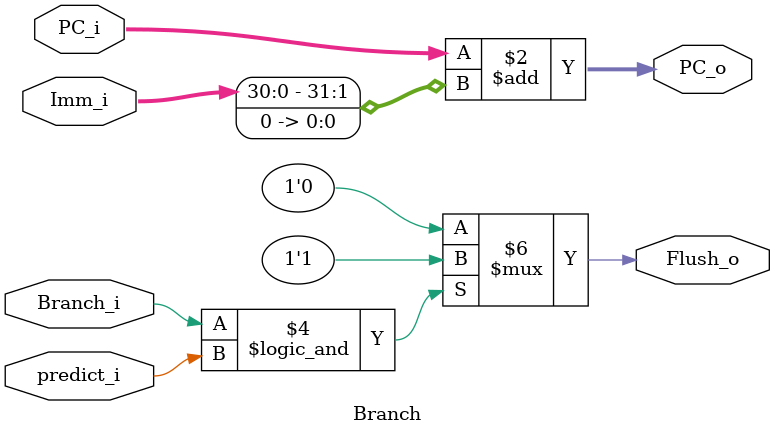
<source format=v>
module  Branch
(
    Branch_i,
    predict_i,
    Imm_i,
    PC_i,
    Flush_o,
    PC_o
);

input           Branch_i;
input           predict_i;
input   [31:0]  Imm_i;
input   [31:0]  PC_i;
output  [31:0]  PC_o;
output  reg     Flush_o;

assign PC_o = PC_i + (Imm_i << 1);

always@(Branch_i or predict_i)begin
    Flush_o = 1'b0;
    if(Branch_i && predict_i)begin
        Flush_o = 1'b1;
    end
end

endmodule

</source>
